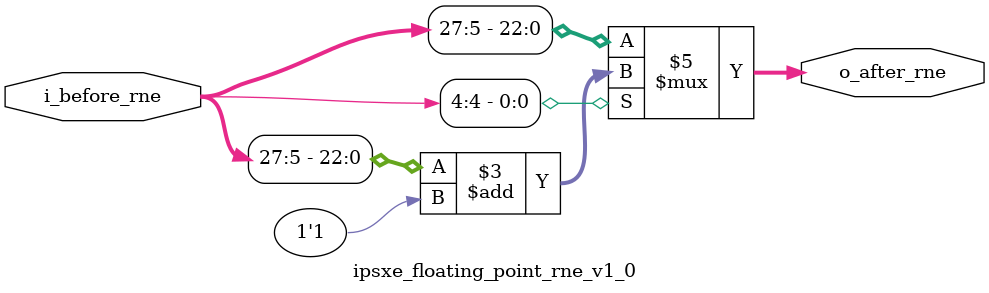
<source format=v>
`timescale 1ns/1ns

module ipsxe_floating_point_rne_v1_0 #(parameter W=23, RNE=5) (
    input [W+RNE-1:0] i_before_rne,
    output reg [W-1:0] o_after_rne
);

// round to nearest even: round off the lowest RNE bits
always @(*) begin: blk_o_after_rne
    if(~i_before_rne[RNE-1]) // if the highest bit of the lowest RNE bits is 0
        o_after_rne = i_before_rne[W+RNE-1:RNE]; // then there is no 1-bit carry
    // why this else-if branch is deleted?
    // because it prevents invsqrt from achieving rne and 0.5ulp precision
    // else if(i_before_rne[RNE-1:0] == {1'b1, {(RNE-1){1'b0}}}) // if the lowest RNE bits are 10000...0
    //     if(i_before_rne[RNE]) // let o_after_rne to be an even number
    //         o_after_rne = i_before_rne[W+RNE-1:RNE] + 1;
    //     else
    //         o_after_rne = i_before_rne[W+RNE-1:RNE];
    else // carry bit = 1
        o_after_rne = i_before_rne[W+RNE-1:RNE] + 1'b1;
end

endmodule
</source>
